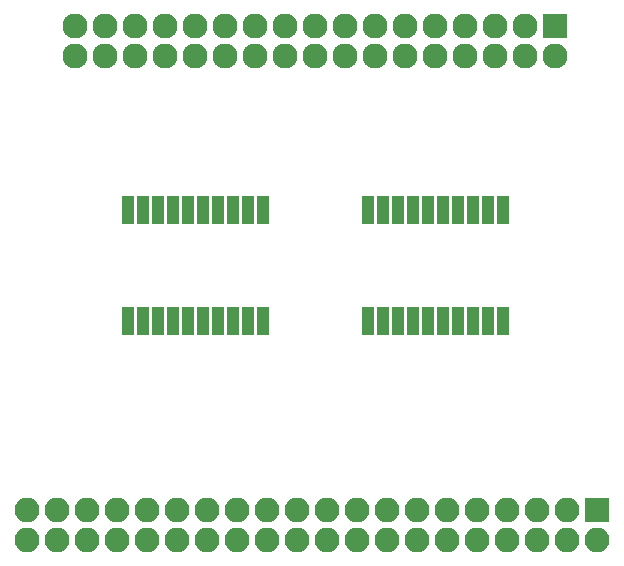
<source format=gbr>
G04 #@! TF.FileFunction,Soldermask,Bot*
%FSLAX46Y46*%
G04 Gerber Fmt 4.6, Leading zero omitted, Abs format (unit mm)*
G04 Created by KiCad (PCBNEW 4.0.7) date 01/21/18 21:35:54*
%MOMM*%
%LPD*%
G01*
G04 APERTURE LIST*
%ADD10C,0.100000*%
%ADD11R,2.100000X2.100000*%
%ADD12O,2.100000X2.100000*%
%ADD13R,1.000000X2.350000*%
%ADD14R,2.127200X2.127200*%
%ADD15O,2.127200X2.127200*%
G04 APERTURE END LIST*
D10*
D11*
X166116000Y-88011000D03*
D12*
X166116000Y-90551000D03*
X163576000Y-88011000D03*
X163576000Y-90551000D03*
X161036000Y-88011000D03*
X161036000Y-90551000D03*
X158496000Y-88011000D03*
X158496000Y-90551000D03*
X155956000Y-88011000D03*
X155956000Y-90551000D03*
X153416000Y-88011000D03*
X153416000Y-90551000D03*
X150876000Y-88011000D03*
X150876000Y-90551000D03*
X148336000Y-88011000D03*
X148336000Y-90551000D03*
X145796000Y-88011000D03*
X145796000Y-90551000D03*
X143256000Y-88011000D03*
X143256000Y-90551000D03*
X140716000Y-88011000D03*
X140716000Y-90551000D03*
X138176000Y-88011000D03*
X138176000Y-90551000D03*
X135636000Y-88011000D03*
X135636000Y-90551000D03*
X133096000Y-88011000D03*
X133096000Y-90551000D03*
X130556000Y-88011000D03*
X130556000Y-90551000D03*
X128016000Y-88011000D03*
X128016000Y-90551000D03*
X125476000Y-88011000D03*
X125476000Y-90551000D03*
X122936000Y-88011000D03*
X122936000Y-90551000D03*
X120396000Y-88011000D03*
X120396000Y-90551000D03*
X117856000Y-88011000D03*
X117856000Y-90551000D03*
D13*
X158115000Y-72010000D03*
X156845000Y-72010000D03*
X155575000Y-72010000D03*
X154305000Y-72010000D03*
X153035000Y-72010000D03*
X151765000Y-72010000D03*
X150495000Y-72010000D03*
X149225000Y-72010000D03*
X147955000Y-72010000D03*
X146685000Y-72010000D03*
X146685000Y-62610000D03*
X147955000Y-62610000D03*
X149225000Y-62610000D03*
X150495000Y-62610000D03*
X151765000Y-62610000D03*
X153035000Y-62610000D03*
X154305000Y-62610000D03*
X155575000Y-62610000D03*
X156845000Y-62610000D03*
X158115000Y-62610000D03*
X137795000Y-72010000D03*
X136525000Y-72010000D03*
X135255000Y-72010000D03*
X133985000Y-72010000D03*
X132715000Y-72010000D03*
X131445000Y-72010000D03*
X130175000Y-72010000D03*
X128905000Y-72010000D03*
X127635000Y-72010000D03*
X126365000Y-72010000D03*
X126365000Y-62610000D03*
X127635000Y-62610000D03*
X128905000Y-62610000D03*
X130175000Y-62610000D03*
X131445000Y-62610000D03*
X132715000Y-62610000D03*
X133985000Y-62610000D03*
X135255000Y-62610000D03*
X136525000Y-62610000D03*
X137795000Y-62610000D03*
D14*
X162560000Y-46990000D03*
D15*
X162560000Y-49530000D03*
X160020000Y-46990000D03*
X160020000Y-49530000D03*
X157480000Y-46990000D03*
X157480000Y-49530000D03*
X154940000Y-46990000D03*
X154940000Y-49530000D03*
X152400000Y-46990000D03*
X152400000Y-49530000D03*
X149860000Y-46990000D03*
X149860000Y-49530000D03*
X147320000Y-46990000D03*
X147320000Y-49530000D03*
X144780000Y-46990000D03*
X144780000Y-49530000D03*
X142240000Y-46990000D03*
X142240000Y-49530000D03*
X139700000Y-46990000D03*
X139700000Y-49530000D03*
X137160000Y-46990000D03*
X137160000Y-49530000D03*
X134620000Y-46990000D03*
X134620000Y-49530000D03*
X132080000Y-46990000D03*
X132080000Y-49530000D03*
X129540000Y-46990000D03*
X129540000Y-49530000D03*
X127000000Y-46990000D03*
X127000000Y-49530000D03*
X124460000Y-46990000D03*
X124460000Y-49530000D03*
X121920000Y-46990000D03*
X121920000Y-49530000D03*
M02*

</source>
